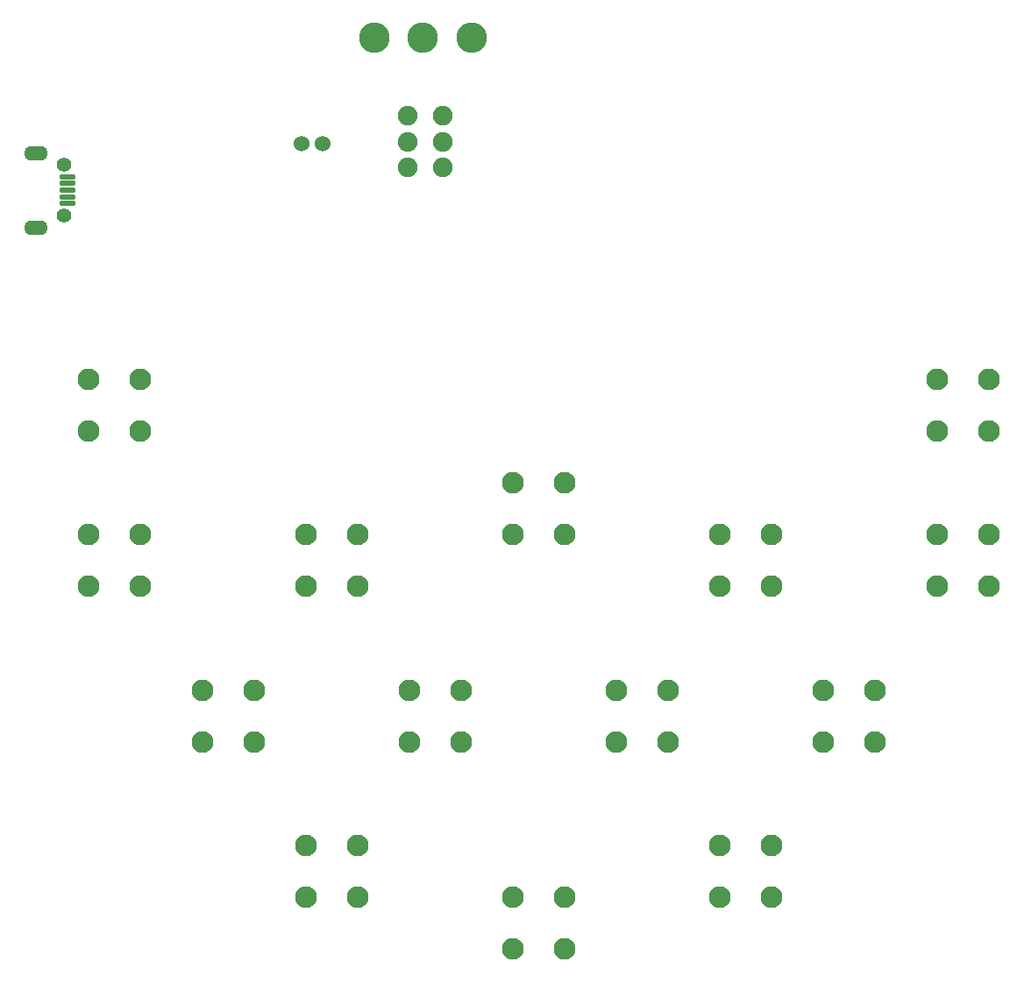
<source format=gts>
G04 Layer: TopSolderMaskLayer*
G04 EasyEDA v6.5.20, 2022-12-02 00:59:29*
G04 a67cddfb3fce44daa9051d46cbbcc19f,10*
G04 Gerber Generator version 0.2*
G04 Scale: 100 percent, Rotated: No, Reflected: No *
G04 Dimensions in millimeters *
G04 leading zeros omitted , absolute positions ,4 integer and 5 decimal *
%FSLAX45Y45*%
%MOMM*%

%AMMACRO1*1,1,$1,$2,$3*1,1,$1,$4,$5*1,1,$1,0-$2,0-$3*1,1,$1,0-$4,0-$5*20,1,$1,$2,$3,$4,$5,0*20,1,$1,$4,$5,0-$2,0-$3,0*20,1,$1,0-$2,0-$3,0-$4,0-$5,0*20,1,$1,0-$4,0-$5,$2,$3,0*4,1,4,$2,$3,$4,$5,0-$2,0-$3,0-$4,0-$5,$2,$3,0*%
%ADD10C,2.9516*%
%ADD11C,1.9016*%
%ADD12C,2.1016*%
%ADD13MACRO1,0.1016X0.7X-0.2X-0.7X-0.2*%
%ADD14O,2.3015956X1.4015974000000002*%
%ADD15C,1.4016*%
%ADD16C,1.5240*%

%LPD*%
D10*
G01*
X4349991Y9549980D03*
G01*
X3879989Y9549980D03*
G01*
X3409988Y9549980D03*
D11*
G01*
X3729990Y8549982D03*
G01*
X3729990Y8299996D03*
G01*
X4069994Y8799969D03*
G01*
X4069994Y8549982D03*
G01*
X4069994Y8299996D03*
G01*
X3729990Y8799969D03*
D12*
G01*
X1149934Y6249949D03*
G01*
X649935Y6249949D03*
G01*
X649935Y5749950D03*
G01*
X1149934Y5749950D03*
G01*
X1149934Y4750079D03*
G01*
X649935Y4750079D03*
G01*
X649935Y4250080D03*
G01*
X1149934Y4250080D03*
D13*
G01*
X452125Y7949984D03*
G01*
X452125Y8014982D03*
G01*
X452125Y8079973D03*
G01*
X452125Y8144979D03*
G01*
X452125Y8209981D03*
D14*
G01*
X147878Y7719999D03*
G01*
X147878Y8439988D03*
D15*
G01*
X414883Y8322487D03*
G01*
X414883Y7837500D03*
D12*
G01*
X3250006Y4749977D03*
G01*
X2750007Y4749977D03*
G01*
X2750007Y4249978D03*
G01*
X3250006Y4249978D03*
G01*
X5250002Y5249976D03*
G01*
X4750003Y5249976D03*
G01*
X4750003Y4749977D03*
G01*
X5250002Y4749977D03*
G01*
X7249998Y4749977D03*
G01*
X6749999Y4749977D03*
G01*
X6749999Y4249978D03*
G01*
X7249998Y4249978D03*
G01*
X9349993Y4749977D03*
G01*
X8849995Y4749977D03*
G01*
X8849995Y4249978D03*
G01*
X9349993Y4249978D03*
G01*
X2250008Y3249980D03*
G01*
X1750009Y3249980D03*
G01*
X1750009Y2749981D03*
G01*
X2250008Y2749981D03*
G01*
X4250004Y3249980D03*
G01*
X3750005Y3249980D03*
G01*
X3750005Y2749981D03*
G01*
X4250004Y2749981D03*
G01*
X6250000Y3249980D03*
G01*
X5750001Y3249980D03*
G01*
X5750001Y2749981D03*
G01*
X6250000Y2749981D03*
G01*
X9349993Y6249974D03*
G01*
X8849995Y6249974D03*
G01*
X8849995Y5749975D03*
G01*
X9349993Y5749975D03*
G01*
X3250006Y1749983D03*
G01*
X2750007Y1749983D03*
G01*
X2750007Y1249984D03*
G01*
X3250006Y1249984D03*
G01*
X5250002Y1249984D03*
G01*
X4750003Y1249984D03*
G01*
X4750003Y749985D03*
G01*
X5250002Y749985D03*
G01*
X7249998Y1749983D03*
G01*
X6749999Y1749983D03*
G01*
X6749999Y1249984D03*
G01*
X7249998Y1249984D03*
G01*
X8249996Y3249980D03*
G01*
X7749997Y3249980D03*
G01*
X7749997Y2749981D03*
G01*
X8249996Y2749981D03*
D16*
G01*
X2909064Y8529982D03*
G01*
X2710944Y8529982D03*
M02*

</source>
